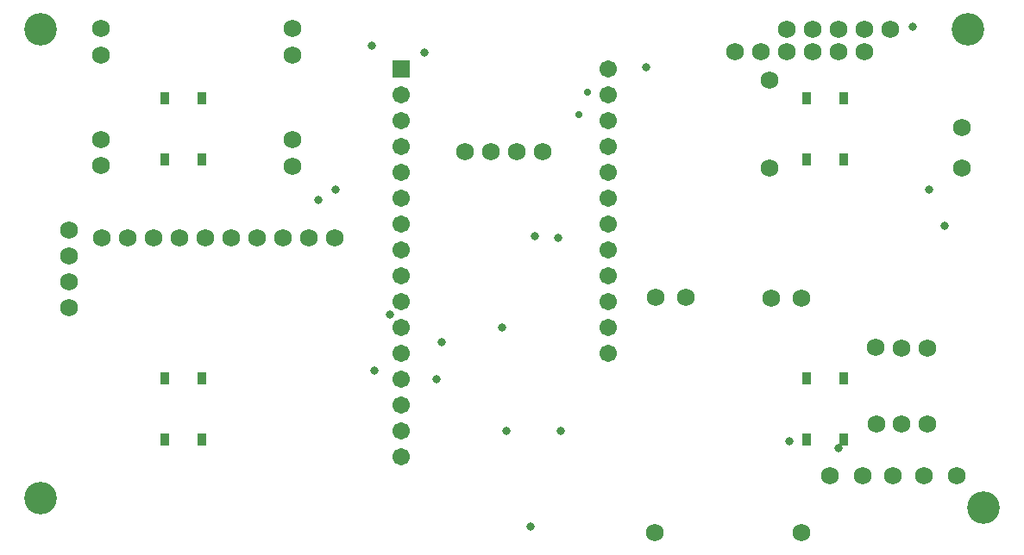
<source format=gts>
G04*
G04 #@! TF.GenerationSoftware,Altium Limited,Altium Designer,21.0.8 (223)*
G04*
G04 Layer_Color=8388736*
%FSLAX24Y24*%
%MOIN*%
G70*
G04*
G04 #@! TF.SameCoordinates,F666B87A-DE90-4157-A89C-B26E4A6581EA*
G04*
G04*
G04 #@! TF.FilePolarity,Negative*
G04*
G01*
G75*
%ADD13R,0.0356X0.0513*%
%ADD14C,0.1261*%
%ADD15R,0.0674X0.0674*%
%ADD16C,0.0674*%
%ADD17C,0.0680*%
%ADD18C,0.0280*%
%ADD19C,0.0330*%
D13*
X32815Y6594D02*
D03*
Y4232D02*
D03*
X31358D02*
D03*
Y6594D02*
D03*
X6555Y4232D02*
D03*
Y6594D02*
D03*
X8012D02*
D03*
Y4232D02*
D03*
X32815Y17421D02*
D03*
Y15059D02*
D03*
X31358D02*
D03*
Y17421D02*
D03*
X6555Y15059D02*
D03*
Y17421D02*
D03*
X8012D02*
D03*
Y15059D02*
D03*
D14*
X1772Y20079D02*
D03*
Y1969D02*
D03*
X37598Y20079D02*
D03*
X38189Y1575D02*
D03*
D15*
X15700Y18550D02*
D03*
D16*
Y17550D02*
D03*
Y16550D02*
D03*
Y15550D02*
D03*
Y14550D02*
D03*
Y13550D02*
D03*
Y12550D02*
D03*
Y11550D02*
D03*
Y10550D02*
D03*
Y9550D02*
D03*
Y8550D02*
D03*
Y7550D02*
D03*
Y6550D02*
D03*
Y5550D02*
D03*
Y4550D02*
D03*
Y3550D02*
D03*
X23700Y7550D02*
D03*
Y8550D02*
D03*
Y9550D02*
D03*
Y10550D02*
D03*
Y11550D02*
D03*
Y12550D02*
D03*
Y13550D02*
D03*
Y14550D02*
D03*
Y15550D02*
D03*
Y16550D02*
D03*
Y17550D02*
D03*
Y18550D02*
D03*
D17*
X21161Y15354D02*
D03*
X20161D02*
D03*
X19161D02*
D03*
X18161D02*
D03*
X33601Y19211D02*
D03*
X32602Y19216D02*
D03*
X31599Y19209D02*
D03*
X30601Y19212D02*
D03*
X29601Y19212D02*
D03*
X28601Y19217D02*
D03*
X4093Y14807D02*
D03*
X4098Y15828D02*
D03*
X4090Y19103D02*
D03*
X4095Y20124D02*
D03*
X11498Y14792D02*
D03*
X11503Y15813D02*
D03*
X11495Y19088D02*
D03*
X11500Y20109D02*
D03*
X31176Y608D02*
D03*
X25505Y608D02*
D03*
X31177Y9703D02*
D03*
X29992Y9704D02*
D03*
X26696Y9708D02*
D03*
X25516Y9709D02*
D03*
X34583Y20106D02*
D03*
X33583D02*
D03*
X32583D02*
D03*
X31583D02*
D03*
X30583D02*
D03*
X37357Y14740D02*
D03*
X37350Y16300D02*
D03*
X29916Y14740D02*
D03*
X29932Y18128D02*
D03*
X4134Y12008D02*
D03*
X5134D02*
D03*
X6134D02*
D03*
X7134D02*
D03*
X8134D02*
D03*
X10134D02*
D03*
X11117D02*
D03*
X12117D02*
D03*
X13117D02*
D03*
X9134D02*
D03*
X37174Y2836D02*
D03*
X32253D02*
D03*
X33533D02*
D03*
X34714D02*
D03*
X35895D02*
D03*
X35039Y7769D02*
D03*
X34040Y7774D02*
D03*
X36046Y7767D02*
D03*
X34050Y4837D02*
D03*
X36048Y4839D02*
D03*
X35039Y4830D02*
D03*
X2852Y12322D02*
D03*
Y11322D02*
D03*
Y10322D02*
D03*
Y9322D02*
D03*
D18*
X22900Y17650D02*
D03*
X22550Y16800D02*
D03*
D19*
X17250Y8000D02*
D03*
X17050Y6550D02*
D03*
X19600Y8550D02*
D03*
X12500Y13500D02*
D03*
X14650Y6897D02*
D03*
X19750Y4550D02*
D03*
X13150Y13900D02*
D03*
X14550Y19450D02*
D03*
X16600Y19200D02*
D03*
X21850Y4550D02*
D03*
X15267Y9047D02*
D03*
X21777Y12016D02*
D03*
X30700Y4150D02*
D03*
X25150Y18612D02*
D03*
X32600Y3900D02*
D03*
X35450Y20200D02*
D03*
X36688Y12488D02*
D03*
X20700Y850D02*
D03*
X36100Y13900D02*
D03*
X20850Y12100D02*
D03*
M02*

</source>
